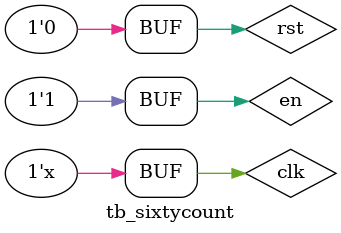
<source format=v>
`timescale 1ns / 1ps


module tb_sixtycount(

    );
    reg rst;
    reg clk;
    reg en;
    wire [3:0] count10;
    wire [3:0] count6;
    wire co;
    initial begin
        rst = 0;
        clk = 0;
        en = 0;
        #100
        rst = 1;
        #40
        rst = 0;
        en = 1;
    end
    always #10 clk = ~clk;
sixtycount sixtycount(
.rst    (rst),
.clk    (clk),
.en     (en),
.count10    (count10),
.count6     (count6),
.co     (co)
);
endmodule

</source>
